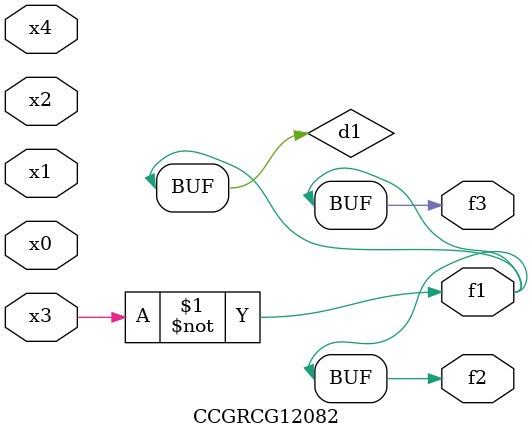
<source format=v>
module CCGRCG12082(
	input x0, x1, x2, x3, x4,
	output f1, f2, f3
);

	wire d1, d2;

	xnor (d1, x3);
	not (d2, x1);
	assign f1 = d1;
	assign f2 = d1;
	assign f3 = d1;
endmodule

</source>
